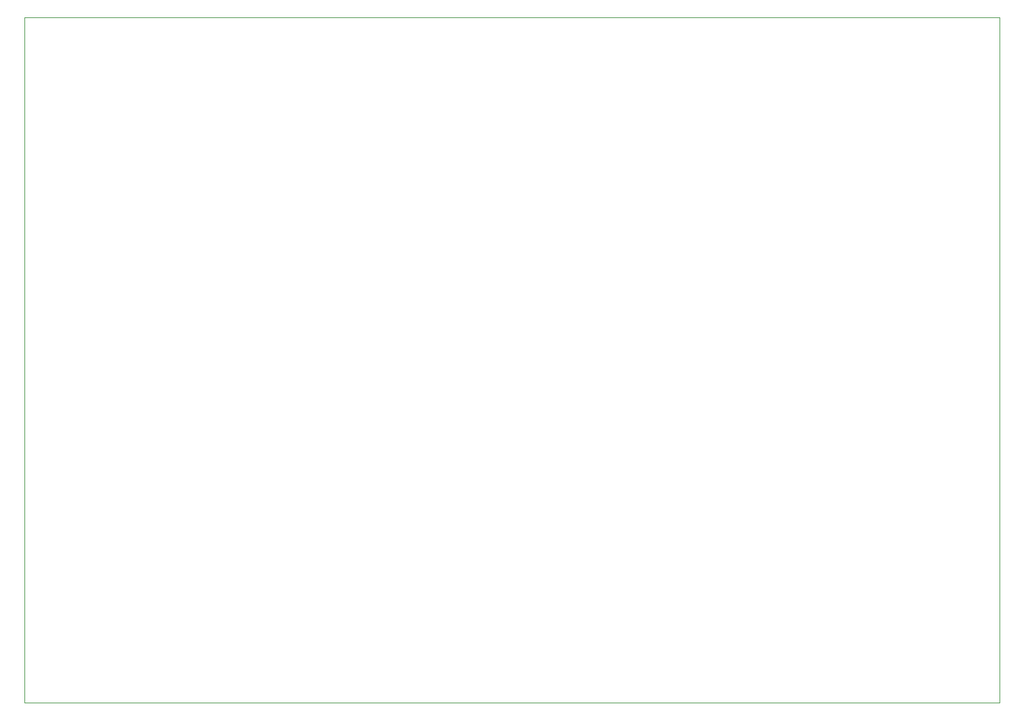
<source format=gbr>
G04 #@! TF.GenerationSoftware,KiCad,Pcbnew,5.1.5-1.fc31*
G04 #@! TF.CreationDate,2020-04-14T16:18:05+01:00*
G04 #@! TF.ProjectId,AR_A60_PA_25502_Issue8_v8.0,41525f41-3630-45f5-9041-5f3235353032,rev?*
G04 #@! TF.SameCoordinates,Original*
G04 #@! TF.FileFunction,Profile,NP*
%FSLAX46Y46*%
G04 Gerber Fmt 4.6, Leading zero omitted, Abs format (unit mm)*
G04 Created by KiCad (PCBNEW 5.1.5-1.fc31) date 2020-04-14 16:18:05*
%MOMM*%
%LPD*%
G04 APERTURE LIST*
%ADD10C,0.050000*%
G04 APERTURE END LIST*
D10*
X88900000Y-140970000D02*
X88900000Y-50800000D01*
X217170000Y-140970000D02*
X88900000Y-140970000D01*
X217170000Y-50800000D02*
X217170000Y-140970000D01*
X88900000Y-50800000D02*
X217170000Y-50800000D01*
M02*

</source>
